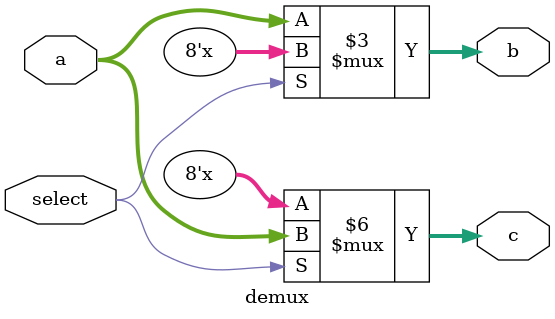
<source format=v>
`timescale 1ns / 1ps
module demux(
		input [7:0] a,
		output reg [7:0] b,
		output reg [7:0] c,
		input select
    );
	 
always @ *
begin 
if(select)
	begin
	c=a;
	b=8'bz;
	end
else 
begin
	b=a;
	c=8'bz;
end
end

endmodule
</source>
